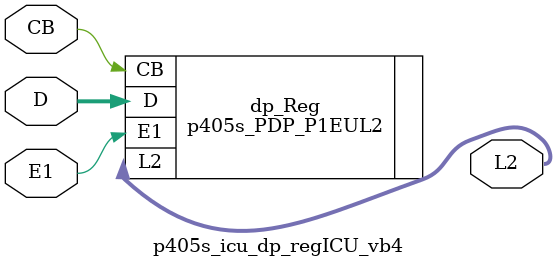
<source format=v>
module p405s_icu_dp_regICU_vb4(
                                CB,
                                D,
                                E1,
                                L2
                               );

    input  CB; 
    input [0:31] D; 
    input  E1; 
    output [0:31] L2; 

p405s_PDP_P1EUL2
 #(32, 1, 1, 1, 2, 0 ) dp_Reg (
                                         .CB  (CB),
                                         .D   (D),
                                         .E1  (E1),
                                         .L2  (L2)
                                         );

endmodule

</source>
